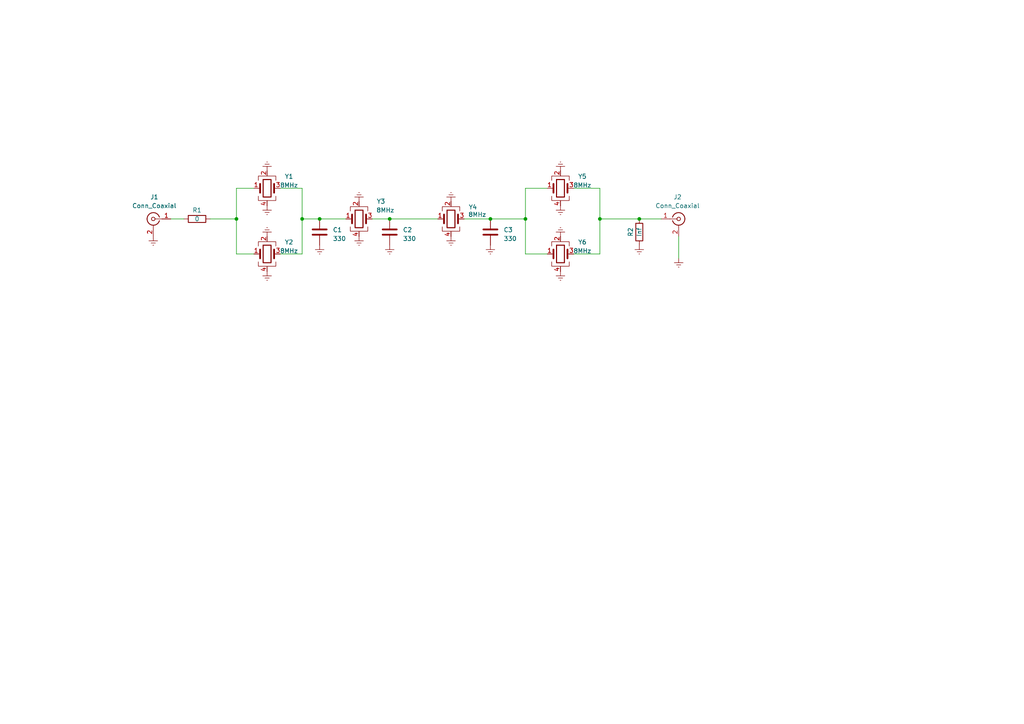
<source format=kicad_sch>
(kicad_sch (version 20230121) (generator eeschema)
  (paper "A4")
  (lib_symbols
    (symbol "Connector:Conn_Coaxial" (pin_names (offset 1.016) hide)
      (property "Reference" "J" (at 0.254 3.048 0))
      (property "Value" "Conn_Coaxial" (at 2.921 0 90))
      (symbol "Conn_Coaxial_0_1"
        (arc (start -1.778 -0.508) (mid 0.2311 -1.8066) (end 1.778 0) (stroke (width 0.254)))
        (polyline (pts (xy -2.54 0) (xy -0.508 0)))
        (polyline (pts (xy 0 -2.54) (xy 0 -1.778)))
        (circle (center 0 0) (radius 0.508) (stroke (width 0.2032)))
        (arc (start 1.778 0) (mid 0.2099 1.8101) (end -1.778 0.508) (stroke (width 0.254)))
      )
      (symbol "Conn_Coaxial_1_1"
        (pin passive line (at -5.08 0 0) (length 2.54) (name "In") (number "1"))
        (pin passive line (at 0 -5.08 90) (length 2.54) (name "Ext") (number "2"))
      )
    )
    (symbol "Device:C" (pin_numbers hide) (pin_names (offset 0.254))
      (property "Reference" "C" (at 0.635 2.54 0))
      (property "Value" "C" (at 0.635 -2.54 0))
      (symbol "C_0_1"
        (polyline (pts (xy -2.032 -0.762) (xy 2.032 -0.762)) (stroke (width 0.508)))
        (polyline (pts (xy -2.032 0.762) (xy 2.032 0.762)) (stroke (width 0.508)))
      )
      (symbol "C_1_1"
        (pin passive line (at 0 3.81 270) (length 2.794) (name "~") (number "1"))
        (pin passive line (at 0 -3.81 90) (length 2.794) (name "~") (number "2"))
      )
    )
    (symbol "Device:Crystal_GND24" (pin_names (offset 1.016) hide)
      (property "Reference" "Y" (at 3.175 5.08 0))
      (property "Value" "Crystal_GND24" (at 3.175 3.175 0))
      (symbol "Crystal_GND24_0_1"
        (rectangle (start -1.143 2.54) (end 1.143 -2.54) (stroke (width 0.3048)))
        (polyline (pts (xy -2.54 0) (xy -2.032 0)))
        (polyline (pts (xy -2.032 -1.27) (xy -2.032 1.27)) (stroke (width 0.508)))
        (polyline (pts (xy 0 -3.81) (xy 0 -3.556)))
        (polyline (pts (xy 0 3.556) (xy 0 3.81)))
        (polyline (pts (xy 2.032 -1.27) (xy 2.032 1.27)) (stroke (width 0.508)))
        (polyline (pts (xy 2.032 0) (xy 2.54 0)))
        (polyline (pts (xy -2.54 -2.286) (xy -2.54 -3.556) (xy 2.54 -3.556) (xy 2.54 -2.286)))
        (polyline (pts (xy -2.54 2.286) (xy -2.54 3.556) (xy 2.54 3.556) (xy 2.54 2.286)))
      )
      (symbol "Crystal_GND24_1_1"
        (pin passive line (at -3.81 0 0) (length 1.27) (name "1") (number "1"))
        (pin passive line (at 0 5.08 270) (length 1.27) (name "2") (number "2"))
        (pin passive line (at 3.81 0 180) (length 1.27) (name "3") (number "3"))
        (pin passive line (at 0 -5.08 90) (length 1.27) (name "4") (number "4"))
      )
    )
    (symbol "Device:R" (pin_numbers hide) (pin_names (offset 0))
      (property "Reference" "R" (at 2.032 0 90))
      (property "Value" "R" (at 0 0 90))
      (symbol "R_0_1"
        (rectangle (start -1.016 -2.54) (end 1.016 2.54) (stroke (width 0.254)))
      )
      (symbol "R_1_1"
        (pin passive line (at 0 3.81 270) (length 1.27) (name "~") (number "1"))
        (pin passive line (at 0 -3.81 90) (length 1.27) (name "~") (number "2"))
      )
    )
    (symbol "power:Earth" (power) (pin_names (offset 0))
      (symbol "Earth_0_1"
        (polyline (pts (xy -0.635 -1.905) (xy 0.635 -1.905)))
        (polyline (pts (xy -0.127 -2.54) (xy 0.127 -2.54)))
        (polyline (pts (xy 0 -1.27) (xy 0 0)))
        (polyline (pts (xy 1.27 -1.27) (xy -1.27 -1.27)))
      )
      (symbol "Earth_1_1"
        (pin power_in line (at 0 0 270) (length 0) hide (name "Earth") (number "1"))
      )
    )
  )
  (junction (at 92.71 63.5))
  (junction (at 173.99 63.5))
  (junction (at 68.58 63.5))
  (junction (at 87.63 63.5))
  (junction (at 113.03 63.5))
  (junction (at 152.4 63.5))
  (junction (at 185.42 63.5))
  (junction (at 142.24 63.5))
  (wire (pts (xy 185.42 63.5) (xy 191.77 63.5)))
  (wire (pts (xy 107.95 63.5) (xy 113.03 63.5)))
  (wire (pts (xy 68.58 63.5) (xy 68.58 54.61)))
  (wire (pts (xy 173.99 63.5) (xy 173.99 73.66)))
  (wire (pts (xy 152.4 54.61) (xy 158.75 54.61)))
  (wire (pts (xy 87.63 63.5) (xy 92.71 63.5)))
  (wire (pts (xy 166.37 54.61) (xy 173.99 54.61)))
  (wire (pts (xy 173.99 63.5) (xy 185.42 63.5)))
  (wire (pts (xy 81.28 73.66) (xy 87.63 73.66)))
  (wire (pts (xy 68.58 73.66) (xy 73.66 73.66)))
  (wire (pts (xy 196.85 68.58) (xy 196.85 74.93)))
  (wire (pts (xy 87.63 54.61) (xy 87.63 63.5)))
  (wire (pts (xy 60.96 63.5) (xy 68.58 63.5)))
  (wire (pts (xy 152.4 73.66) (xy 158.75 73.66)))
  (wire (pts (xy 68.58 54.61) (xy 73.66 54.61)))
  (wire (pts (xy 87.63 54.61) (xy 81.28 54.61)))
  (wire (pts (xy 166.37 73.66) (xy 173.99 73.66)))
  (wire (pts (xy 92.71 63.5) (xy 100.33 63.5)))
  (wire (pts (xy 49.53 63.5) (xy 53.34 63.5)))
  (wire (pts (xy 134.62 63.5) (xy 142.24 63.5)))
  (wire (pts (xy 68.58 63.5) (xy 68.58 73.66)))
  (wire (pts (xy 113.03 63.5) (xy 127 63.5)))
  (wire (pts (xy 152.4 63.5) (xy 152.4 73.66)))
  (wire (pts (xy 87.63 63.5) (xy 87.63 73.66)))
  (wire (pts (xy 173.99 54.61) (xy 173.99 63.5)))
  (wire (pts (xy 142.24 63.5) (xy 152.4 63.5)))
  (wire (pts (xy 152.4 63.5) (xy 152.4 54.61)))
  (symbol (lib_id "Device:R") (at 57.15 63.5 90) (unit 1)
    (property "Reference" "R1" (at 57.15 60.96 90))
    (property "Value" "0" (at 57.15 63.5 90))
    (property "Footprint" "Resistor_SMD:R_0805_2012Metric" (effects hide))
  )
  (symbol (lib_id "power:Earth") (at 77.47 68.58 180) (unit 1)
    (property "Reference" "#PWR04" (effects hide))
    (property "Value" "Earth" (effects hide))
  )
  (symbol (lib_id "Device:C") (at 113.03 67.31 180) (unit 1)
    (property "Reference" "C2" (at 116.84 66.675 0) (effects (justify right)))
    (property "Value" "330" (at 116.84 69.215 0) (effects (justify right)))
    (property "Footprint" "Capacitor_SMD:C_0805_2012Metric" (effects hide))
  )
  (symbol (lib_id "Device:C") (at 142.24 67.31 180) (unit 1)
    (property "Reference" "C3" (at 146.05 66.675 0) (effects (justify right)))
    (property "Value" "330" (at 146.05 69.215 0) (effects (justify right)))
    (property "Footprint" "Capacitor_SMD:C_0805_2012Metric" (effects hide))
  )
  (symbol (lib_id "power:Earth") (at 130.81 68.58 0) (unit 1)
    (property "Reference" "#PWR011" (effects hide))
    (property "Value" "Earth" (effects hide))
  )
  (symbol (lib_id "power:Earth") (at 162.56 78.74 0) (unit 1)
    (property "Reference" "#PWR016" (effects hide))
    (property "Value" "Earth" (effects hide))
  )
  (symbol (lib_id "power:Earth") (at 185.42 71.12 0) (unit 1)
    (property "Reference" "#PWR018" (effects hide))
    (property "Value" "Earth" (effects hide))
  )
  (symbol (lib_id "Device:Crystal_GND24") (at 77.47 54.61 0) (unit 1)
    (property "Reference" "Y1" (at 83.82 51.1811 0))
    (property "Value" "8MHz" (at 83.82 53.7211 0))
    (property "Footprint" "Crystal:Crystal_SMD_3225-4Pin_3.2x2.5mm" (effects hide))
  )
  (symbol (lib_id "power:Earth") (at 130.81 58.42 180) (unit 1)
    (property "Reference" "#PWR010" (effects hide))
    (property "Value" "Earth" (effects hide))
  )
  (symbol (lib_id "power:Earth") (at 142.24 71.12 0) (unit 1)
    (property "Reference" "#PWR012" (effects hide))
    (property "Value" "Earth" (effects hide))
  )
  (symbol (lib_id "power:Earth") (at 44.45 68.58 0) (unit 1)
    (property "Reference" "#PWR01" (effects hide))
    (property "Value" "Earth" (effects hide))
  )
  (symbol (lib_id "Device:Crystal_GND24") (at 162.56 54.61 0) (unit 1)
    (property "Reference" "Y5" (at 168.91 51.1811 0))
    (property "Value" "8MHz" (at 168.91 53.7211 0))
    (property "Footprint" "Crystal:Crystal_SMD_3225-4Pin_3.2x2.5mm" (effects hide))
  )
  (symbol (lib_id "Connector:Conn_Coaxial") (at 196.85 63.5 0) (unit 1)
    (property "Reference" "J2" (at 196.5326 57.15 0))
    (property "Value" "Conn_Coaxial" (at 196.5326 59.69 0))
    (property "Footprint" "Connector_Coaxial:U.FL_Hirose_U.FL-R-SMT-1_Vertical" (effects hide))
    (property "Datasheet" " ~" (effects hide))
  )
  (symbol (lib_id "Device:Crystal_GND24") (at 104.14 63.5 0) (unit 1)
    (property "Reference" "Y3" (at 110.49 58.42 0))
    (property "Value" "8MHz" (at 111.76 60.96 0))
    (property "Footprint" "Crystal:Crystal_SMD_3225-4Pin_3.2x2.5mm" (effects hide))
  )
  (symbol (lib_id "Device:C") (at 92.71 67.31 180) (unit 1)
    (property "Reference" "C1" (at 96.52 66.675 0) (effects (justify right)))
    (property "Value" "330" (at 96.52 69.215 0) (effects (justify right)))
    (property "Footprint" "Capacitor_SMD:C_0805_2012Metric" (effects hide))
  )
  (symbol (lib_id "power:Earth") (at 77.47 49.53 180) (unit 1)
    (property "Reference" "#PWR02" (effects hide))
    (property "Value" "Earth" (effects hide))
  )
  (symbol (lib_id "Device:Crystal_GND24") (at 130.81 63.5 0) (unit 1)
    (property "Reference" "Y4" (at 137.16 60.0711 0))
    (property "Value" "8MHz" (at 138.43 62.23 0))
    (property "Footprint" "Crystal:Crystal_SMD_3225-4Pin_3.2x2.5mm" (effects hide))
  )
  (symbol (lib_id "power:Earth") (at 196.85 74.93 0) (unit 1)
    (property "Reference" "#PWR017" (effects hide))
    (property "Value" "Earth" (effects hide))
  )
  (symbol (lib_id "power:Earth") (at 104.14 58.42 180) (unit 1)
    (property "Reference" "#PWR07" (effects hide))
    (property "Value" "Earth" (effects hide))
  )
  (symbol (lib_id "power:Earth") (at 92.71 71.12 0) (unit 1)
    (property "Reference" "#PWR06" (effects hide))
    (property "Value" "Earth" (effects hide))
  )
  (symbol (lib_id "Device:Crystal_GND24") (at 162.56 73.66 0) (unit 1)
    (property "Reference" "Y6" (at 168.91 70.2311 0))
    (property "Value" "8MHz" (at 168.91 72.7711 0))
    (property "Footprint" "Crystal:Crystal_SMD_3225-4Pin_3.2x2.5mm" (effects hide))
  )
  (symbol (lib_id "power:Earth") (at 113.03 71.12 0) (unit 1)
    (property "Reference" "#PWR09" (effects hide))
    (property "Value" "Earth" (effects hide))
  )
  (symbol (lib_id "Device:Crystal_GND24") (at 77.47 73.66 0) (unit 1)
    (property "Reference" "Y2" (at 83.82 70.2311 0))
    (property "Value" "8MHz" (at 83.82 72.7711 0))
    (property "Footprint" "Crystal:Crystal_SMD_3225-4Pin_3.2x2.5mm" (effects hide))
  )
  (symbol (lib_id "power:Earth") (at 77.47 78.74 0) (unit 1)
    (property "Reference" "#PWR05" (effects hide))
    (property "Value" "Earth" (effects hide))
  )
  (symbol (lib_id "Device:R") (at 185.42 67.31 180) (unit 1)
    (property "Reference" "R2" (at 182.88 67.31 90))
    (property "Value" "Inf" (at 185.42 67.31 90))
    (property "Footprint" "Resistor_SMD:R_0805_2012Metric" (effects hide))
  )
  (symbol (lib_id "power:Earth") (at 77.47 59.69 0) (unit 1)
    (property "Reference" "#PWR03" (effects hide))
    (property "Value" "Earth" (effects hide))
  )
  (symbol (lib_id "power:Earth") (at 162.56 68.58 180) (unit 1)
    (property "Reference" "#PWR015" (effects hide))
    (property "Value" "Earth" (effects hide))
  )
  (symbol (lib_id "power:Earth") (at 104.14 68.58 0) (unit 1)
    (property "Reference" "#PWR08" (effects hide))
    (property "Value" "Earth" (effects hide))
  )
  (symbol (lib_id "Connector:Conn_Coaxial") (at 44.45 63.5 0) (mirror y) (unit 1)
    (property "Reference" "J1" (at 44.7674 57.15 0))
    (property "Value" "Conn_Coaxial" (at 44.7674 59.69 0))
    (property "Footprint" "Connector_Coaxial:U.FL_Hirose_U.FL-R-SMT-1_Vertical" (effects hide))
    (property "Datasheet" " ~" (effects hide))
  )
  (symbol (lib_id "power:Earth") (at 162.56 49.53 180) (unit 1)
    (property "Reference" "#PWR013" (effects hide))
    (property "Value" "Earth" (effects hide))
  )
  (symbol (lib_id "power:Earth") (at 162.56 59.69 0) (unit 1)
    (property "Reference" "#PWR014" (effects hide))
    (property "Value" "Earth" (effects hide))
  )
)
</source>
